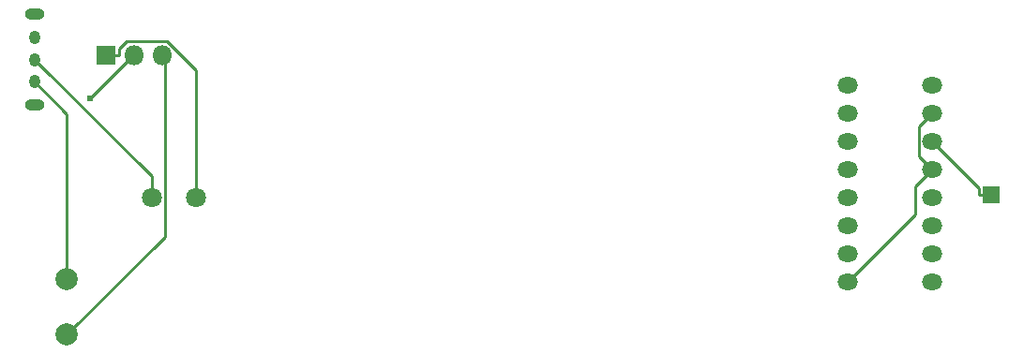
<source format=gbl>
G04 Layer: BottomLayer*
G04 EasyEDA v6.5.15, 2022-10-07 13:48:07*
G04 7ec79526355f426bb91a475ea7be51f8,10*
G04 Gerber Generator version 0.2*
G04 Scale: 100 percent, Rotated: No, Reflected: No *
G04 Dimensions in millimeters *
G04 leading zeros omitted , absolute positions ,4 integer and 5 decimal *
%FSLAX45Y45*%
%MOMM*%

%ADD10C,0.2540*%
%ADD11R,1.5748X1.5748*%
%ADD12C,1.8000*%
%ADD13C,2.0000*%
%ADD14O,1.7999964X1.7999964*%
%ADD15R,1.8000X1.8000*%
%ADD16O,0.9999979999999999X1.199896*%
%ADD17O,1.7999964X0.9999979999999999*%
%ADD18O,1.82499X1.4599920000000002*%
%ADD19C,0.6096*%

%LPD*%
D10*
X8382000Y4254500D02*
G01*
X8991091Y4863592D01*
X8991091Y5117592D01*
X9144000Y5270500D01*
X9144000Y5778500D02*
G01*
X9024670Y5659170D01*
X9024670Y5389829D01*
X9144000Y5270500D01*
X2197100Y6299200D02*
G01*
X2217800Y6278498D01*
X2217800Y4659756D01*
X1333500Y3775455D01*
X1041400Y6061227D02*
G01*
X1333500Y5769127D01*
X1333500Y4276344D01*
X2498699Y5016500D02*
G01*
X2498699Y6165418D01*
X2234768Y6429349D01*
X1878228Y6429349D01*
X1807057Y6358178D01*
X1807057Y6299200D01*
X1689100Y6299200D02*
G01*
X1807057Y6299200D01*
X1041400Y6261074D02*
G01*
X2098700Y5203774D01*
X2098700Y5016500D01*
X9144000Y5524500D02*
G01*
X9570694Y5097805D01*
X9570694Y5041900D01*
X9677400Y5041900D02*
G01*
X9570694Y5041900D01*
X1544320Y5908751D02*
G01*
X1934768Y6299200D01*
X1943100Y6299200D01*
D11*
G01*
X9677400Y5041900D03*
D12*
G01*
X2098700Y5016500D03*
G01*
X2498699Y5016500D03*
D13*
G01*
X1333500Y4276344D03*
G01*
X1333500Y3775455D03*
D14*
G01*
X2197100Y6299200D03*
G01*
X1943100Y6299200D03*
D15*
G01*
X1689100Y6299200D03*
D16*
G01*
X1041400Y6460962D03*
G01*
X1041400Y6261064D03*
G01*
X1041400Y6061217D03*
D17*
G01*
X1041400Y5851159D03*
G01*
X1041400Y6671045D03*
D18*
G01*
X9144000Y4254500D03*
G01*
X9144000Y4508500D03*
G01*
X9144000Y4762500D03*
G01*
X9144000Y5016500D03*
G01*
X9144000Y5270500D03*
G01*
X9144000Y5524500D03*
G01*
X9144000Y5778500D03*
G01*
X9144000Y6032500D03*
G01*
X8382000Y4254500D03*
G01*
X8382000Y4508500D03*
G01*
X8382000Y4762500D03*
G01*
X8382000Y5016500D03*
G01*
X8382000Y5270500D03*
G01*
X8382000Y5524500D03*
G01*
X8382000Y5778500D03*
G01*
X8382000Y6032500D03*
D19*
G01*
X1544320Y5908751D03*
M02*

</source>
